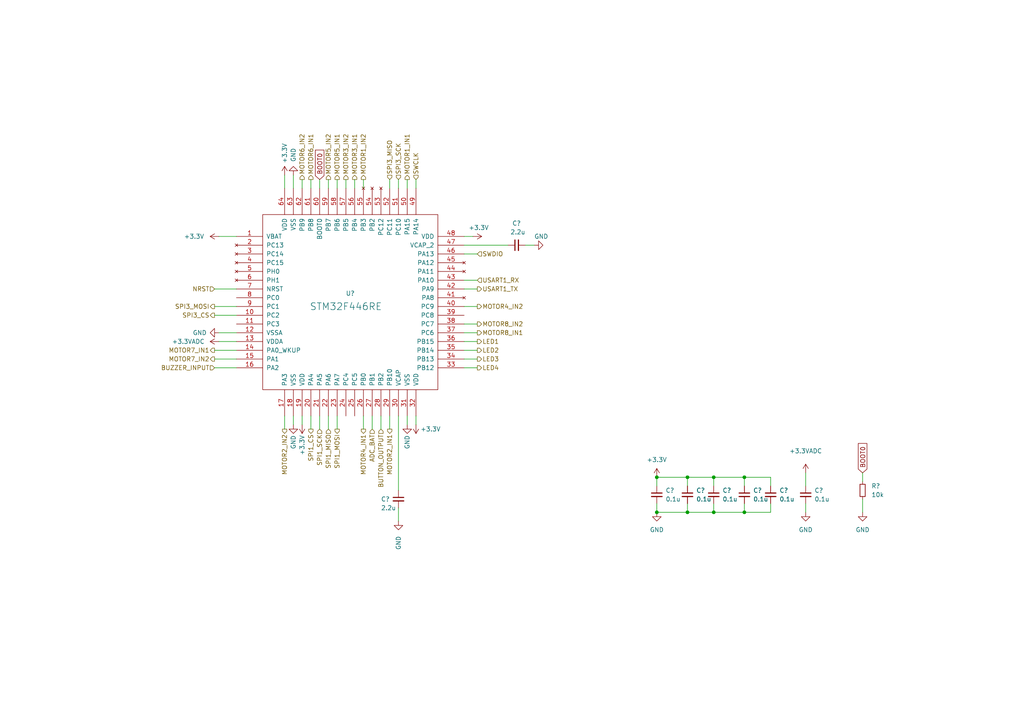
<source format=kicad_sch>
(kicad_sch (version 20211123) (generator eeschema)
  (paper "A4")
  (lib_symbols
    (symbol "Device:C_Small" (pin_numbers hide) (pin_names (offset 0.254) hide)
      (property "Reference" "C" (at 0.254 1.778 0))
      (property "Value" "C_Small" (at 0.254 -2.032 0))
      (symbol "C_Small_0_1"
        (polyline (pts (xy -1.524 -0.508) (xy 1.524 -0.508)) (stroke (width 0.3302)))
        (polyline (pts (xy -1.524 0.508) (xy 1.524 0.508)) (stroke (width 0.3048)))
      )
      (symbol "C_Small_1_1"
        (pin passive line (at 0 2.54 270) (length 2.032) (name "~") (number "1"))
        (pin passive line (at 0 -2.54 90) (length 2.032) (name "~") (number "2"))
      )
    )
    (symbol "Device:R_Small" (pin_numbers hide) (pin_names (offset 0.254) hide)
      (property "Reference" "R" (at 0.762 0.508 0))
      (property "Value" "R_Small" (at 0.762 -1.016 0))
      (symbol "R_Small_0_1"
        (rectangle (start -0.762 1.778) (end 0.762 -1.778) (stroke (width 0.2032)))
      )
      (symbol "R_Small_1_1"
        (pin passive line (at 0 2.54 270) (length 0.762) (name "~") (number "1"))
        (pin passive line (at 0 -2.54 90) (length 0.762) (name "~") (number "2"))
      )
    )
    (symbol "My_Device:STM32F446RE" (pin_names (offset 1.016))
      (property "Reference" "U?" (at -10.16 34.29 0))
      (property "Value" "STM32F446RE" (at 3.81 6.35 0))
      (symbol "STM32F446RE_0_1"
        (rectangle (start -10.16 31.75) (end 40.64 -19.05))
      )
      (symbol "STM32F446RE_1_1"
        (pin input line (at -17.78 25.4 0) (length 7.62) (name "VBAT") (number "1"))
        (pin input line (at -17.78 2.54 0) (length 7.62) (name "PC2") (number "10"))
        (pin input line (at -17.78 0 0) (length 7.62) (name "PC3") (number "11"))
        (pin input line (at -17.78 -2.54 0) (length 7.62) (name "VSSA") (number "12"))
        (pin input line (at -17.78 -5.08 0) (length 7.62) (name "VDDA") (number "13"))
        (pin input line (at -17.78 -7.62 0) (length 7.62) (name "PA0_WKUP") (number "14"))
        (pin input line (at -17.78 -10.16 0) (length 7.62) (name "PA1") (number "15"))
        (pin input line (at -17.78 -12.7 0) (length 7.62) (name "PA2") (number "16"))
        (pin input line (at -3.81 -26.67 90) (length 7.62) (name "PA3") (number "17"))
        (pin input line (at -1.27 -26.67 90) (length 7.62) (name "VSS") (number "18"))
        (pin input line (at 1.27 -26.67 90) (length 7.62) (name "VDD") (number "19"))
        (pin no_connect line (at -17.78 22.86 0) (length 7.62) (name "PC13") (number "2"))
        (pin input line (at 3.81 -26.67 90) (length 7.62) (name "PA4") (number "20"))
        (pin input line (at 6.35 -26.67 90) (length 7.62) (name "PA5") (number "21"))
        (pin input line (at 8.89 -26.67 90) (length 7.62) (name "PA6") (number "22"))
        (pin input line (at 11.43 -26.67 90) (length 7.62) (name "PA7") (number "23"))
        (pin input line (at 13.97 -26.67 90) (length 7.62) (name "PC4") (number "24"))
        (pin input line (at 16.51 -26.67 90) (length 7.62) (name "PC5") (number "25"))
        (pin input line (at 19.05 -26.67 90) (length 7.62) (name "PB0") (number "26"))
        (pin input line (at 21.59 -26.67 90) (length 7.62) (name "PB1") (number "27"))
        (pin input line (at 24.13 -26.67 90) (length 7.62) (name "PB2") (number "28"))
        (pin input line (at 26.67 -26.67 90) (length 7.62) (name "PB10") (number "29"))
        (pin no_connect line (at -17.78 20.32 0) (length 7.62) (name "PC14") (number "3"))
        (pin input line (at 29.21 -26.67 90) (length 7.62) (name "VCAP") (number "30"))
        (pin input line (at 31.75 -26.67 90) (length 7.62) (name "VSS") (number "31"))
        (pin input line (at 34.29 -26.67 90) (length 7.62) (name "VDD") (number "32"))
        (pin input line (at 48.26 -12.7 180) (length 7.62) (name "PB12") (number "33"))
        (pin input line (at 48.26 -10.16 180) (length 7.62) (name "PB13") (number "34"))
        (pin input line (at 48.26 -7.62 180) (length 7.62) (name "PB14") (number "35"))
        (pin input line (at 48.26 -5.08 180) (length 7.62) (name "PB15") (number "36"))
        (pin input line (at 48.26 -2.54 180) (length 7.62) (name "PC6") (number "37"))
        (pin input line (at 48.26 0 180) (length 7.62) (name "PC7") (number "38"))
        (pin input line (at 48.26 2.54 180) (length 7.62) (name "PC8") (number "39"))
        (pin no_connect line (at -17.78 17.78 0) (length 7.62) (name "PC15") (number "4"))
        (pin input line (at 48.26 5.08 180) (length 7.62) (name "PC9") (number "40"))
        (pin no_connect line (at 48.26 7.62 180) (length 7.62) (name "PA8") (number "41"))
        (pin input line (at 48.26 10.16 180) (length 7.62) (name "PA9") (number "42"))
        (pin input line (at 48.26 12.7 180) (length 7.62) (name "PA10") (number "43"))
        (pin no_connect line (at 48.26 15.24 180) (length 7.62) (name "PA11") (number "44"))
        (pin no_connect line (at 48.26 17.78 180) (length 7.62) (name "PA12") (number "45"))
        (pin input line (at 48.26 20.32 180) (length 7.62) (name "PA13") (number "46"))
        (pin input line (at 48.26 22.86 180) (length 7.62) (name "VCAP_2") (number "47"))
        (pin input line (at 48.26 25.4 180) (length 7.62) (name "VDD") (number "48"))
        (pin input line (at 34.29 39.37 270) (length 7.62) (name "PA14") (number "49"))
        (pin no_connect line (at -17.78 15.24 0) (length 7.62) (name "PH0") (number "5"))
        (pin input line (at 31.75 39.37 270) (length 7.62) (name "PA15") (number "50"))
        (pin input line (at 29.21 39.37 270) (length 7.62) (name "PC10") (number "51"))
        (pin input line (at 26.67 39.37 270) (length 7.62) (name "PC11") (number "52"))
        (pin no_connect line (at 24.13 39.37 270) (length 7.62) (name "PC12") (number "53"))
        (pin no_connect line (at 21.59 39.37 270) (length 7.62) (name "PB2") (number "54"))
        (pin no_connect line (at 19.05 39.37 270) (length 7.62) (name "PB3") (number "55"))
        (pin input line (at 16.51 39.37 270) (length 7.62) (name "PB4") (number "56"))
        (pin input line (at 13.97 39.37 270) (length 7.62) (name "PB5") (number "57"))
        (pin input line (at 11.43 39.37 270) (length 7.62) (name "PB6") (number "58"))
        (pin input line (at 8.89 39.37 270) (length 7.62) (name "PB7") (number "59"))
        (pin no_connect line (at -17.78 12.7 0) (length 7.62) (name "PH1") (number "6"))
        (pin input line (at 6.35 39.37 270) (length 7.62) (name "BOOT0") (number "60"))
        (pin input line (at 3.81 39.37 270) (length 7.62) (name "PB8") (number "61"))
        (pin input line (at 1.27 39.37 270) (length 7.62) (name "PB9") (number "62"))
        (pin input line (at -1.27 39.37 270) (length 7.62) (name "VSS") (number "63"))
        (pin input line (at -3.81 39.37 270) (length 7.62) (name "VDD") (number "64"))
        (pin input line (at -17.78 10.16 0) (length 7.62) (name "NRST") (number "7"))
        (pin input line (at -17.78 7.62 0) (length 7.62) (name "PC0") (number "8"))
        (pin input line (at -17.78 5.08 0) (length 7.62) (name "PC1") (number "9"))
      )
    )
    (symbol "power:+3.3V" (power) (pin_names (offset 0))
      (property "Value" "+3.3V" (at 0 3.556 0))
      (symbol "+3.3V_0_1"
        (polyline (pts (xy -0.762 1.27) (xy 0 2.54)))
        (polyline (pts (xy 0 0) (xy 0 2.54)))
        (polyline (pts (xy 0 2.54) (xy 0.762 1.27)))
      )
      (symbol "+3.3V_1_1"
        (pin power_in line (at 0 0 90) (length 0) hide (name "+3.3V") (number "1"))
      )
    )
    (symbol "power:+3.3VADC" (power) (pin_names (offset 0))
      (property "Value" "+3.3VADC" (at 0 2.54 0))
      (symbol "+3.3VADC_0_0"
        (pin power_in line (at 0 0 90) (length 0) hide (name "+3.3VADC") (number "1"))
      )
      (symbol "+3.3VADC_0_1"
        (polyline (pts (xy -0.762 1.27) (xy 0 2.54)))
        (polyline (pts (xy 0 0) (xy 0 2.54)))
        (polyline (pts (xy 0 2.54) (xy 0.762 1.27)))
      )
    )
    (symbol "power:GND" (power) (pin_names (offset 0))
      (property "Value" "GND" (at 0 -3.81 0))
      (symbol "GND_0_1"
        (polyline (pts (xy 0 0) (xy 0 -1.27) (xy 1.27 -1.27) (xy 0 -2.54) (xy -1.27 -1.27) (xy 0 -1.27)))
      )
      (symbol "GND_1_1"
        (pin power_in line (at 0 0 270) (length 0) hide (name "GND") (number "1"))
      )
    )
  )
  (junction (at 215.9 148.59))
  (junction (at 215.9 138.43))
  (junction (at 207.01 138.43))
  (junction (at 199.39 138.43))
  (junction (at 190.5 148.59))
  (junction (at 199.39 148.59))
  (junction (at 190.5 138.43))
  (junction (at 207.01 148.59))
  (wire (pts (xy 62.23 104.14) (xy 68.58 104.14)))
  (wire (pts (xy 118.11 120.65) (xy 118.11 123.19)))
  (wire (pts (xy 105.41 52.07) (xy 105.41 54.61)))
  (wire (pts (xy 134.62 73.66) (xy 138.43 73.66)))
  (wire (pts (xy 223.52 146.05) (xy 223.52 148.59)))
  (wire (pts (xy 92.71 120.65) (xy 92.71 124.46)))
  (wire (pts (xy 134.62 101.6) (xy 138.43 101.6)))
  (wire (pts (xy 92.71 52.07) (xy 92.71 54.61)))
  (wire (pts (xy 100.33 52.07) (xy 100.33 54.61)))
  (wire (pts (xy 113.03 120.65) (xy 113.03 124.46)))
  (wire (pts (xy 223.52 138.43) (xy 215.9 138.43)))
  (wire (pts (xy 199.39 138.43) (xy 190.5 138.43)))
  (wire (pts (xy 90.17 52.07) (xy 90.17 54.61)))
  (wire (pts (xy 105.41 120.65) (xy 105.41 124.46)))
  (wire (pts (xy 95.25 52.07) (xy 95.25 54.61)))
  (wire (pts (xy 85.09 50.8) (xy 85.09 54.61)))
  (wire (pts (xy 190.5 146.05) (xy 190.5 148.59)))
  (wire (pts (xy 82.55 50.8) (xy 82.55 54.61)))
  (wire (pts (xy 250.19 144.78) (xy 250.19 148.59)))
  (wire (pts (xy 134.62 88.9) (xy 138.43 88.9)))
  (wire (pts (xy 233.68 137.16) (xy 233.68 140.97)))
  (wire (pts (xy 190.5 138.43) (xy 190.5 140.97)))
  (wire (pts (xy 85.09 120.65) (xy 85.09 123.19)))
  (wire (pts (xy 199.39 148.59) (xy 190.5 148.59)))
  (wire (pts (xy 115.57 120.65) (xy 115.57 142.24)))
  (wire (pts (xy 134.62 71.12) (xy 147.32 71.12)))
  (wire (pts (xy 134.62 68.58) (xy 137.16 68.58)))
  (wire (pts (xy 115.57 52.07) (xy 115.57 54.61)))
  (wire (pts (xy 207.01 146.05) (xy 207.01 148.59)))
  (wire (pts (xy 134.62 96.52) (xy 138.43 96.52)))
  (wire (pts (xy 134.62 83.82) (xy 138.43 83.82)))
  (wire (pts (xy 97.79 120.65) (xy 97.79 124.46)))
  (wire (pts (xy 115.57 147.32) (xy 115.57 151.13)))
  (wire (pts (xy 62.23 91.44) (xy 68.58 91.44)))
  (wire (pts (xy 215.9 148.59) (xy 223.52 148.59)))
  (wire (pts (xy 62.23 101.6) (xy 68.58 101.6)))
  (wire (pts (xy 215.9 138.43) (xy 207.01 138.43)))
  (wire (pts (xy 62.23 106.68) (xy 68.58 106.68)))
  (wire (pts (xy 120.65 120.65) (xy 120.65 123.19)))
  (wire (pts (xy 134.62 81.28) (xy 138.43 81.28)))
  (wire (pts (xy 62.23 83.82) (xy 68.58 83.82)))
  (wire (pts (xy 152.4 71.12) (xy 154.94 71.12)))
  (wire (pts (xy 62.23 88.9) (xy 68.58 88.9)))
  (wire (pts (xy 63.5 96.52) (xy 68.58 96.52)))
  (wire (pts (xy 215.9 138.43) (xy 215.9 140.97)))
  (wire (pts (xy 118.11 52.07) (xy 118.11 54.61)))
  (wire (pts (xy 207.01 138.43) (xy 199.39 138.43)))
  (wire (pts (xy 113.03 52.07) (xy 113.03 54.61)))
  (wire (pts (xy 97.79 52.07) (xy 97.79 54.61)))
  (wire (pts (xy 207.01 148.59) (xy 199.39 148.59)))
  (wire (pts (xy 87.63 120.65) (xy 87.63 123.19)))
  (wire (pts (xy 199.39 146.05) (xy 199.39 148.59)))
  (wire (pts (xy 63.5 99.06) (xy 68.58 99.06)))
  (wire (pts (xy 134.62 106.68) (xy 138.43 106.68)))
  (wire (pts (xy 95.25 120.65) (xy 95.25 124.46)))
  (wire (pts (xy 102.87 52.07) (xy 102.87 54.61)))
  (wire (pts (xy 63.5 68.58) (xy 68.58 68.58)))
  (wire (pts (xy 199.39 138.43) (xy 199.39 140.97)))
  (wire (pts (xy 215.9 146.05) (xy 215.9 148.59)))
  (wire (pts (xy 233.68 146.05) (xy 233.68 148.59)))
  (wire (pts (xy 120.65 52.07) (xy 120.65 54.61)))
  (wire (pts (xy 110.49 120.65) (xy 110.49 124.46)))
  (wire (pts (xy 134.62 99.06) (xy 138.43 99.06)))
  (wire (pts (xy 82.55 120.65) (xy 82.55 124.46)))
  (wire (pts (xy 134.62 93.98) (xy 138.43 93.98)))
  (wire (pts (xy 250.19 137.16) (xy 250.19 139.7)))
  (wire (pts (xy 207.01 148.59) (xy 215.9 148.59)))
  (wire (pts (xy 107.95 120.65) (xy 107.95 124.46)))
  (wire (pts (xy 223.52 140.97) (xy 223.52 138.43)))
  (wire (pts (xy 90.17 120.65) (xy 90.17 124.46)))
  (wire (pts (xy 207.01 138.43) (xy 207.01 140.97)))
  (wire (pts (xy 134.62 104.14) (xy 138.43 104.14)))
  (wire (pts (xy 87.63 52.07) (xy 87.63 54.61)))
  (global_label "BOOT0" (shape input) (at 250.19 137.16 90) (property "Intersheet References" "${INTERSHEET_REFS}" (effects hide)))
  (global_label "BOOT0" (shape input) (at 92.71 52.07 90) (property "Intersheet References" "${INTERSHEET_REFS}" (effects hide)))
  (hierarchical_label "SWCLK" (shape input) (at 120.65 52.07 90))
  (hierarchical_label "BUTTON_OUTPUT" (shape input) (at 110.49 124.46 270))
  (hierarchical_label "MOTOR2_IN2" (shape output) (at 82.55 124.46 270))
  (hierarchical_label "BUZZER_INPUT" (shape input) (at 62.23 106.68 180))
  (hierarchical_label "LED1" (shape output) (at 138.43 99.06 0))
  (hierarchical_label "MOTOR8_IN2" (shape output) (at 138.43 93.98 0))
  (hierarchical_label "SPI3_SCK" (shape input) (at 115.57 52.07 90))
  (hierarchical_label "SPI1_SCK" (shape input) (at 92.71 124.46 270))
  (hierarchical_label "SPI1_CS" (shape output) (at 90.17 124.46 270))
  (hierarchical_label "MOTOR6_IN2" (shape output) (at 87.63 52.07 90))
  (hierarchical_label "SWDIO" (shape input) (at 138.43 73.66 0))
  (hierarchical_label "SPI3_MISO" (shape input) (at 113.03 52.07 90))
  (hierarchical_label "MOTOR7_IN1" (shape output) (at 62.23 101.6 180))
  (hierarchical_label "SPI1_MOSI" (shape output) (at 97.79 124.46 270))
  (hierarchical_label "USART1_RX" (shape input) (at 138.43 81.28 0))
  (hierarchical_label "ADC_BAT" (shape input) (at 107.95 124.46 270))
  (hierarchical_label "SPI3_MOSI" (shape output) (at 62.23 88.9 180))
  (hierarchical_label "MOTOR7_IN2" (shape output) (at 62.23 104.14 180))
  (hierarchical_label "NRST" (shape input) (at 62.23 83.82 180))
  (hierarchical_label "MOTOR2_IN1" (shape output) (at 113.03 124.46 270))
  (hierarchical_label "MOTOR5_IN2" (shape output) (at 95.25 52.07 90))
  (hierarchical_label "LED2" (shape output) (at 138.43 101.6 0))
  (hierarchical_label "SPI1_MISO" (shape input) (at 95.25 124.46 270))
  (hierarchical_label "MOTOR3_IN2" (shape output) (at 100.33 52.07 90))
  (hierarchical_label "MOTOR3_IN1" (shape output) (at 102.87 52.07 90))
  (hierarchical_label "MOTOR8_IN1" (shape output) (at 138.43 96.52 0))
  (hierarchical_label "MOTOR4_IN2" (shape output) (at 138.43 88.9 0))
  (hierarchical_label "LED4" (shape output) (at 138.43 106.68 0))
  (hierarchical_label "USART1_TX" (shape output) (at 138.43 83.82 0))
  (hierarchical_label "MOTOR6_IN1" (shape output) (at 90.17 52.07 90))
  (hierarchical_label "MOTOR5_IN1" (shape output) (at 97.79 52.07 90))
  (hierarchical_label "MOTOR1_IN2" (shape output) (at 105.41 52.07 90))
  (hierarchical_label "SPI3_CS" (shape output) (at 62.23 91.44 180))
  (hierarchical_label "LED3" (shape output) (at 138.43 104.14 0))
  (hierarchical_label "MOTOR4_IN1" (shape output) (at 105.41 124.46 270))
  (hierarchical_label "MOTOR1_IN1" (shape output) (at 118.11 52.07 90))
  (symbol (lib_id "Device:C_Small") (at 115.57 144.78 0) (unit 1)
    (property "Reference" "C?" (at 110.49 144.78 0) (effects (justify left)))
    (property "Value" "2.2u" (at 110.49 147.32 0) (effects (justify left)))
  )
  (symbol (lib_id "power:+3.3VADC") (at 63.5 99.06 90) (unit 1)
    (property "Reference" "#PWR?" (effects hide))
    (property "Value" "+3.3VADC" (at 54.61 99.06 90))
  )
  (symbol (lib_id "power:GND") (at 63.5 96.52 270) (unit 1)
    (property "Reference" "#PWR?" (effects hide))
    (property "Value" "GND" (at 55.88 96.52 90) (effects (justify left)))
  )
  (symbol (lib_id "power:GND") (at 250.19 148.59 0) (unit 1)
    (property "Reference" "#PWR?" (effects hide))
    (property "Value" "GND" (at 250.19 153.67 0))
  )
  (symbol (lib_id "My_Device:STM32F446RE") (at 86.36 93.98 0) (unit 1)
    (property "Reference" "U?" (at 101.6 85.09 0))
    (property "Value" "STM32F446RE" (at 100.33 88.9 0) (effects (font (size 2.0066 2.0066))))
    (property "Footprint" "Package_QFP:LQFP-64_10x10mm_P0.5mm" (effects hide))
  )
  (symbol (lib_id "power:GND") (at 154.94 71.12 90) (unit 1)
    (property "Reference" "#PWR?" (effects hide))
    (property "Value" "GND" (at 154.94 68.58 90) (effects (justify right)))
  )
  (symbol (lib_id "Device:C_Small") (at 207.01 143.51 0) (unit 1)
    (property "Reference" "C?" (at 209.55 142.2462 0) (effects (justify left)))
    (property "Value" "0.1u" (at 209.55 144.7862 0) (effects (justify left)))
  )
  (symbol (lib_id "Device:C_Small") (at 215.9 143.51 0) (unit 1)
    (property "Reference" "C?" (at 218.44 142.2462 0) (effects (justify left)))
    (property "Value" "0.1u" (at 218.44 144.7862 0) (effects (justify left)))
  )
  (symbol (lib_id "power:GND") (at 85.09 50.8 180) (unit 1)
    (property "Reference" "#PWR?" (effects hide))
    (property "Value" "GND" (at 85.09 46.99 90) (effects (justify right)))
  )
  (symbol (lib_id "Device:C_Small") (at 190.5 143.51 0) (unit 1)
    (property "Reference" "C?" (at 193.04 142.2462 0) (effects (justify left)))
    (property "Value" "0.1u" (at 193.04 144.7862 0) (effects (justify left)))
  )
  (symbol (lib_id "power:+3.3V") (at 137.16 68.58 270) (unit 1)
    (property "Reference" "#PWR?" (effects hide))
    (property "Value" "+3.3V" (at 135.89 66.04 90) (effects (justify left)))
  )
  (symbol (lib_id "power:GND") (at 118.11 123.19 0) (unit 1)
    (property "Reference" "#PWR?" (effects hide))
    (property "Value" "GND" (at 118.11 128.27 90))
  )
  (symbol (lib_id "Device:C_Small") (at 199.39 143.51 0) (unit 1)
    (property "Reference" "C?" (at 201.93 142.2462 0) (effects (justify left)))
    (property "Value" "0.1u" (at 201.93 144.7862 0) (effects (justify left)))
  )
  (symbol (lib_id "Device:C_Small") (at 233.68 143.51 0) (unit 1)
    (property "Reference" "C?" (at 236.22 142.2462 0) (effects (justify left)))
    (property "Value" "0.1u" (at 236.22 144.7862 0) (effects (justify left)))
  )
  (symbol (lib_id "power:+3.3V") (at 87.63 123.19 180) (unit 1)
    (property "Reference" "#PWR?" (effects hide))
    (property "Value" "+3.3V" (at 87.63 132.08 90) (effects (justify right)))
  )
  (symbol (lib_id "power:GND") (at 233.68 148.59 0) (unit 1)
    (property "Reference" "#PWR?" (effects hide))
    (property "Value" "GND" (at 233.68 153.67 0))
  )
  (symbol (lib_id "power:GND") (at 115.57 151.13 0) (unit 1)
    (property "Reference" "#PWR?" (effects hide))
    (property "Value" "GND" (at 115.57 157.48 90))
  )
  (symbol (lib_id "power:+3.3V") (at 82.55 50.8 0) (unit 1)
    (property "Reference" "#PWR?" (effects hide))
    (property "Value" "+3.3V" (at 82.55 44.45 90))
  )
  (symbol (lib_id "power:+3.3V") (at 120.65 123.19 180) (unit 1)
    (property "Reference" "#PWR?" (effects hide))
    (property "Value" "+3.3V" (at 121.92 124.46 0) (effects (justify right)))
  )
  (symbol (lib_id "Device:C_Small") (at 223.52 143.51 0) (unit 1)
    (property "Reference" "C?" (at 226.06 142.2462 0) (effects (justify left)))
    (property "Value" "0.1u" (at 226.06 144.7862 0) (effects (justify left)))
  )
  (symbol (lib_id "Device:R_Small") (at 250.19 142.24 0) (unit 1)
    (property "Reference" "R?" (at 252.73 140.9699 0) (effects (justify left)))
    (property "Value" "10k" (at 252.73 143.5099 0) (effects (justify left)))
  )
  (symbol (lib_id "power:GND") (at 85.09 123.19 0) (unit 1)
    (property "Reference" "#PWR?" (effects hide))
    (property "Value" "GND" (at 85.09 128.27 90))
  )
  (symbol (lib_id "power:+3.3V") (at 63.5 68.58 90) (unit 1)
    (property "Reference" "#PWR?" (effects hide))
    (property "Value" "+3.3V" (at 53.34 68.58 90) (effects (justify right)))
  )
  (symbol (lib_id "power:GND") (at 190.5 148.59 0) (unit 1)
    (property "Reference" "#PWR?" (effects hide))
    (property "Value" "GND" (at 190.5 153.67 0))
  )
  (symbol (lib_id "power:+3.3V") (at 190.5 138.43 0) (unit 1)
    (property "Reference" "#PWR?" (effects hide))
    (property "Value" "+3.3V" (at 190.5 133.35 0))
  )
  (symbol (lib_id "power:+3.3VADC") (at 233.68 137.16 0) (unit 1)
    (property "Reference" "#PWR?" (effects hide))
    (property "Value" "+3.3VADC" (at 233.68 130.81 0))
  )
  (symbol (lib_id "Device:C_Small") (at 149.86 71.12 90) (unit 1)
    (property "Reference" "C?" (at 151.13 64.77 90) (effects (justify left)))
    (property "Value" "2.2u" (at 152.4 67.31 90) (effects (justify left)))
  )
)
</source>
